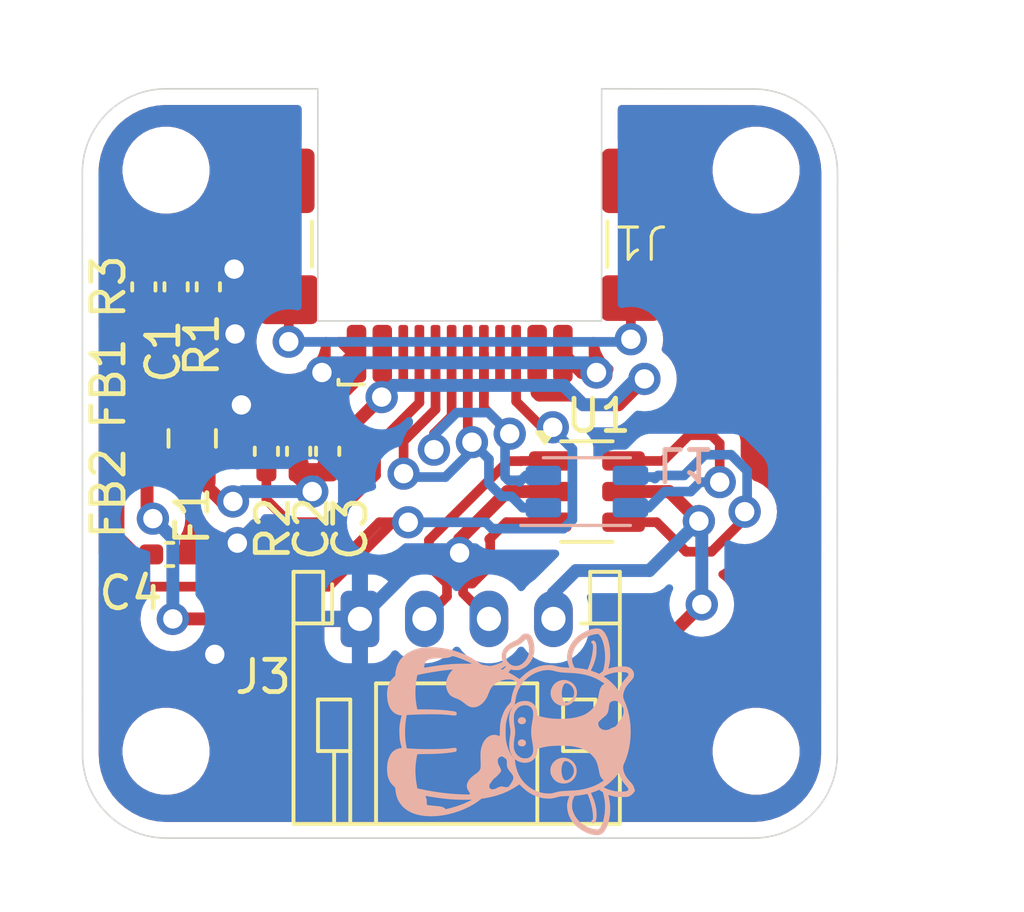
<source format=kicad_pcb>
(kicad_pcb (version 20240108) (generator "pcbnew") (generator_version "8.0")
  (layers (0 "F.Cu" signal) (31 "B.Cu" signal) (34 "B.Paste" user) (35 "F.Paste" user) (36 "B.SilkS" user "B.Silkscreen") (37 "F.SilkS" user "F.Silkscreen") (38 "B.Mask" user) (39 "F.Mask" user) (44 "Edge.Cuts" user))
  (net 0 "")
  (net 1 "GND")
  (net 2 "Net-(J1-SHIELD)")
  (net 3 "VBUS")
  (net 4 "/V5V")
  (net 5 "+5V")
  (net 6 "Net-(J1-CC2)")
  (net 7 "Net-(J1-CC1)")
  (net 8 "/DeM")
  (net 10 "/DeP")
  (net 12 "DP")
  (net 13 "DM")
  (net 14 "/DcM")
  (net 15 "/DcP")
  (net 16 "Net-(C4-Pad1)")
  (footprint "MountingHole:MountingHole_2.2mm_M2" (layer "F.Cu") (at 164.8892 115.1064)
    (property "Reference" "H4" (hide yes))
    (property "Value" "MountingHole")
    (pad "" np_thru_hole circle (at 0 0) (size 2.2 2.2) (drill 2.2) (layers "*.Cu" "*.Mask"))
  )
  (footprint "Capacitor_SMD:C_0805_2012Metric_Pad1.18x1.45mm_HandSolder" (layer "F.Cu") (at 165.7 105.4 90)
    (property "Reference" "F1" (at -2.4 0 90) (layer "F.SilkS"))
    (property "Value" "Polyfuse")
    (pad "1" smd roundrect (at -1.0375 0 90) (size 1.175 1.45) (layers "F.Cu" "F.Paste" "F.Mask") (roundrect_rratio 0.212766) (net 3 "VBUS"))
    (pad "2" smd roundrect (at 1.0375 0 90) (size 1.175 1.45) (layers "F.Cu" "F.Paste" "F.Mask") (roundrect_rratio 0.212766) (net 4 "/V5V"))
  )
  (footprint "Capacitor_SMD:C_0201_0603Metric_Pad0.64x0.40mm_HandSolder" (layer "F.Cu") (at 164.3 104.4 90)
    (property "Reference" "FB1" (at 0.698036 -1.2 90) (layer "F.SilkS"))
    (property "Value" "FerriteBead")
    (pad "1" smd roundrect (at -0.4075 0 90) (size 0.635 0.4) (layers "F.Cu" "F.Mask") (net 16 "Net-(C4-Pad1)"))
    (pad "2" smd roundrect (at 0.4075 0 90) (size 0.635 0.4) (layers "F.Cu" "F.Mask") (net 4 "/V5V"))
  )
  (footprint "Capacitor_SMD:C_0402_1005Metric_Pad0.74x0.62mm_HandSolder" (layer "F.Cu") (at 165 109)
    (property "Reference" "C4" (at -1.2 1.2 360) (layer "F.SilkS"))
    (property "Value" "680n" (hide yes))
    (pad "1" smd roundrect (at -0.5675 0) (size 0.735 0.62) (layers "F.Cu" "F.Paste" "F.Mask") (net 16 "Net-(C4-Pad1)"))
    (pad "2" smd roundrect (at 0.5675 0) (size 0.735 0.62) (layers "F.Cu" "F.Paste" "F.Mask") (net 1 "GND"))
  )
  (footprint "Capacitor_SMD:C_0402_1005Metric_Pad0.74x0.62mm_HandSolder" (layer "F.Cu") (at 169 105.8 90)
    (property "Reference" "C2" (at -2.4 0.4 90) (layer "F.SilkS"))
    (property "Value" "10u")
    (pad "1" smd roundrect (at -0.5675 0 90) (size 0.735 0.62) (layers "F.Cu" "F.Paste" "F.Mask") (net 3 "VBUS"))
    (pad "2" smd roundrect (at 0.5675 0 90) (size 0.735 0.62) (layers "F.Cu" "F.Paste" "F.Mask") (net 1 "GND"))
  )
  (footprint "Capacitor_SMD:C_0402_1005Metric_Pad0.74x0.62mm_HandSolder" (layer "F.Cu") (at 168 105.8 90)
    (property "Reference" "R2" (at -2.4 0.2 90) (layer "F.SilkS"))
    (property "Value" "5.1K")
    (pad "1" smd roundrect (at -0.5675 0 90) (size 0.735 0.62) (layers "F.Cu" "F.Paste" "F.Mask") (net 7 "Net-(J1-CC1)"))
    (pad "2" smd roundrect (at 0.5675 0 90) (size 0.735 0.62) (layers "F.Cu" "F.Paste" "F.Mask") (net 1 "GND"))
  )
  (footprint "Capacitor_SMD:C_0402_1005Metric_Pad0.74x0.62mm_HandSolder" (layer "F.Cu") (at 165.2 100.7 90)
    (property "Reference" "C1" (at -2 -0.4 90) (layer "F.SilkS"))
    (property "Value" "10pF")
    (pad "1" smd roundrect (at -0.5675 0 90) (size 0.735 0.62) (layers "F.Cu" "F.Paste" "F.Mask") (net 2 "Net-(J1-SHIELD)"))
    (pad "2" smd roundrect (at 0.5675 0 90) (size 0.735 0.62) (layers "F.Cu" "F.Paste" "F.Mask") (net 1 "GND"))
  )
  (footprint "Capacitor_SMD:C_0402_1005Metric_Pad0.74x0.62mm_HandSolder" (layer "F.Cu") (at 164.2 100.7 90)
    (property "Reference" "R3" (at 0 -1.1 90) (layer "F.SilkS"))
    (property "Value" "5.1K")
    (pad "1" smd roundrect (at -0.5675 0 90) (size 0.735 0.62) (layers "F.Cu" "F.Paste" "F.Mask") (net 6 "Net-(J1-CC2)"))
    (pad "2" smd roundrect (at 0.5675 0 90) (size 0.735 0.62) (layers "F.Cu" "F.Paste" "F.Mask") (net 1 "GND"))
  )
  (footprint "Library_Pia:USB_C_Receptacle_Bottom_Up SMD" (layer "F.Cu") (at 173.194 99.6559 180)
    (property "Reference" "J1" (at -6.406 0.3559 180) (layer "F.SilkS") (effects (font (thickness 0.1))))
    (property "Value" "USB_C_Receptacle_USB2.0_16P")
    (fp_line (start 3.6 5.1) (end 3.6 -2.1) (stroke (width 0.05)) (layer "Edge.Cuts"))
    (fp_line (start -5.2 -2.1) (end 3.6 -2.1) (stroke (width 0.05)) (layer "Edge.Cuts"))
    (fp_line (start -5.2 -2.1) (end -5.2 5.1) (stroke (width 0.05)) (layer "Edge.Cuts"))
    (pad "A1" smd roundrect (at 2.4 -3.1125 180) (size 0.6 1.775) (layers "F.Cu" "F.Paste" "F.Mask") (net 1 "GND"))
    (pad "A4" smd roundrect (at 1.6 -3.1125 180) (size 0.6 1.775) (layers "F.Cu" "F.Paste" "F.Mask") (net 3 "VBUS"))
    (pad "A5" smd roundrect (at 0.45 -3.1125 180) (size 0.3 1.775) (layers "F.Cu" "F.Paste" "F.Mask") (net 7 "Net-(J1-CC1)"))
    (pad "A6" smd roundrect (at -0.55 -3.1125 180) (size 0.3 1.775) (layers "F.Cu" "F.Paste" "F.Mask") (net 10 "/DeP"))
    (pad "A7" smd roundrect (at -1.05 -3.1125 180) (size 0.3 1.775) (layers "F.Cu" "F.Paste" "F.Mask") (net 8 "/DeM"))
    (pad "A8" smd roundrect (at -2.05 -3.1125 180) (size 0.3 1.775) (layers "F.Cu" "F.Paste" "F.Mask"))
    (pad "A9" smd roundrect (at -3.2 -3.1125 180) (size 0.6 1.775) (layers "F.Cu" "F.Paste" "F.Mask") (net 3 "VBUS"))
    (pad "A12" smd roundrect (at -4 -3.1125 180) (size 0.6 1.775) (layers "F.Cu" "F.Paste" "F.Mask") (net 1 "GND"))
    (pad "B1" smd roundrect (at -4 -3.1125 180) (size 0.6 1.775) (layers "F.Cu" "F.Paste" "F.Mask") (net 1 "GND"))
    (pad "B4" smd roundrect (at -3.2 -3.1125 180) (size 0.6 1.775) (layers "F.Cu" "F.Paste" "F.Mask") (net 3 "VBUS"))
    (pad "B5" smd roundrect (at -2.55 -3.1125 180) (size 0.3 1.775) (layers "F.Cu" "F.Paste" "F.Mask") (net 6 "Net-(J1-CC2)"))
    (pad "B6" smd roundrect (at -1.55 -3.1125 180) (size 0.3 1.775) (layers "F.Cu" "F.Paste" "F.Mask") (net 10 "/DeP"))
    (pad "B7" smd roundrect (at -0.05 -3.1125 180) (size 0.3 1.775) (layers "F.Cu" "F.Paste" "F.Mask") (net 8 "/DeM"))
    (pad "B8" smd roundrect (at 0.95 -3.1125 180) (size 0.3 1.775) (layers "F.Cu" "F.Paste" "F.Mask"))
    (pad "B9" smd roundrect (at 1.6 -3.1125 180) (size 0.6 1.775) (layers "F.Cu" "F.Paste" "F.Mask") (net 3 "VBUS"))
    (pad "B12" smd roundrect (at 2.4 -3.1125 180) (size 0.6 1.775) (layers "F.Cu" "F.Paste" "F.Mask") (net 1 "GND"))
    (pad "S1" smd roundrect (at -6.1 -1.3925 180) (size 1.8 1.415) (layers "F.Cu" "F.Paste" "F.Mask") (roundrect_rratio 0.125) (net 2 "Net-(J1-SHIELD)"))
    (pad "S1" smd roundrect (at -6.1 2.245 180) (size 1.8 2) (layers "F.Cu" "F.Paste" "F.Mask") (roundrect_rratio 0.125) (net 2 "Net-(J1-SHIELD)"))
    (pad "S1" smd roundrect (at 4.5 -1.4425 180) (size 1.8 1.515) (layers "F.Cu" "F.Paste" "F.Mask") (roundrect_rratio 0.125) (net 2 "Net-(J1-SHIELD)"))
    (pad "S1" smd roundrect (at 4.55 2.245 180) (size 1.7 2) (layers "F.Cu" "F.Paste" "F.Mask") (roundrect_rratio 0.125) (net 2 "Net-(J1-SHIELD)"))
  )
  (footprint "Capacitor_SMD:C_0402_1005Metric_Pad0.74x0.62mm_HandSolder" (layer "F.Cu") (at 169.9 105.8 90)
    (property "Reference" "C3" (at -2.4 0.7 90) (layer "F.SilkS"))
    (property "Value" "100n")
    (pad "1" smd roundrect (at -0.5675 0 90) (size 0.735 0.62) (layers "F.Cu" "F.Paste" "F.Mask") (net 3 "VBUS"))
    (pad "2" smd roundrect (at 0.5675 0 90) (size 0.735 0.62) (layers "F.Cu" "F.Paste" "F.Mask") (net 1 "GND"))
  )
  (footprint "MountingHole:MountingHole_2.2mm_M2" (layer "F.Cu") (at 183.1848 97.0788)
    (property "Reference" "H1" (hide yes))
    (property "Value" "MountingHole")
    (pad "" np_thru_hole circle (at 0 0) (size 2.2 2.2) (drill 2.2) (layers "*.Cu" "*.Mask"))
  )
  (footprint "Capacitor_SMD:C_0402_1005Metric_Pad0.74x0.62mm_HandSolder" (layer "F.Cu") (at 166.2 100.7 90)
    (property "Reference" "R1" (at -1.8 -0.2 90) (layer "F.SilkS"))
    (property "Value" "1M")
    (pad "1" smd roundrect (at -0.5675 0 90) (size 0.735 0.62) (layers "F.Cu" "F.Paste" "F.Mask") (net 2 "Net-(J1-SHIELD)"))
    (pad "2" smd roundrect (at 0.5675 0 90) (size 0.735 0.62) (layers "F.Cu" "F.Paste" "F.Mask") (net 1 "GND"))
  )
  (footprint "Capacitor_SMD:C_0201_0603Metric_Pad0.64x0.40mm_HandSolder" (layer "F.Cu") (at 164.3 106.2325 90)
    (property "Reference" "FB2" (at -0.8675 -1.2 90) (layer "F.SilkS"))
    (property "Value" "FerriteBead")
    (pad "1" smd roundrect (at -0.4075 0 90) (size 0.635 0.4) (layers "F.Cu" "F.Mask") (net 5 "+5V"))
    (pad "2" smd roundrect (at 0.4075 0 90) (size 0.635 0.4) (layers "F.Cu" "F.Mask") (net 16 "Net-(C4-Pad1)"))
  )
  (footprint "MountingHole:MountingHole_2.2mm_M2" (layer "F.Cu") (at 183.1848 115.1064)
    (property "Reference" "H2" (hide yes))
    (property "Value" "MountingHole")
    (pad "" np_thru_hole circle (at 0 0) (size 2.2 2.2) (drill 2.2) (layers "*.Cu" "*.Mask"))
  )
  (footprint "MountingHole:MountingHole_2.2mm_M2" (layer "F.Cu") (at 164.8892 97.0788)
    (property "Reference" "H3" (hide yes))
    (property "Value" "MountingHole")
    (pad "" np_thru_hole circle (at 0 0) (size 2.2 2.2) (drill 2.2) (layers "*.Cu" "*.Mask"))
  )
  (footprint "Package_TO_SOT_SMD:SOT-23-6" (layer "F.Cu") (at 177.9375 107.05)
    (property "Reference" "U1" (at 0.3625 -2.35 360) (layer "F.SilkS"))
    (property "Value" "WE-TVS-82400102")
    (pad "1" smd roundrect (at -1.1375 -0.95) (size 1.325 0.6) (layers "F.Cu" "F.Paste" "F.Mask") (net 13 "DM"))
    (pad "2" smd roundrect (at -1.1375 0) (size 1.325 0.6) (layers "F.Cu" "F.Paste" "F.Mask") (net 1 "GND"))
    (pad "3" smd roundrect (at -1.1375 0.95) (size 1.325 0.6) (layers "F.Cu" "F.Paste" "F.Mask") (net 12 "DP"))
    (pad "4" smd roundrect (at 1.1375 0.95) (size 1.325 0.6) (layers "F.Cu" "F.Paste" "F.Mask") (net 15 "/DcP"))
    (pad "5" smd roundrect (at 1.1375 0) (size 1.325 0.6) (layers "F.Cu" "F.Paste" "F.Mask") (net 5 "+5V"))
    (pad "6" smd roundrect (at 1.1375 -0.95) (size 1.325 0.6) (layers "F.Cu" "F.Paste" "F.Mask") (net 14 "/DcM"))
  )
  (footprint "Connector_JST:JST_PH_S4B-PH-K_1x04_P2.00mm_Horizontal" (layer "F.Cu") (at 170.9 111)
    (property "Reference" "J3" (at -3 1.8 0) (layer "F.SilkS"))
    (property "Value" "Conn_01x04_Socket")
    (pad "1" thru_hole roundrect (at 0 0) (size 1.2 1.75) (drill 0.75) (layers "*.Cu" "*.Mask") (roundrect_rratio 0.208333) (net 1 "GND"))
    (pad "2" thru_hole oval (at 2 0) (size 1.2 1.75) (drill 0.75) (layers "*.Cu" "*.Mask") (net 13 "DM"))
    (pad "3" thru_hole oval (at 4 0) (size 1.2 1.75) (drill 0.75) (layers "*.Cu" "*.Mask") (net 12 "DP"))
    (pad "4" thru_hole oval (at 6 0) (size 1.2 1.75) (drill 0.75) (layers "*.Cu" "*.Mask") (net 5 "+5V"))
  )
  (footprint "Inductor_SMD:L_CommonMode_Wurth_WE-CNSW-1206" (layer "B.Cu") (at 177.9375 107.05)
    (property "Reference" "L1" (at 3.0625 -0.85 180) (layer "B.SilkS") (effects (justify mirror)))
    (property "Value" "Choke_Wurth_WE-CNSW_744232090")
    (pad "1" smd roundrect (at -1.35 0.5) (size 1.1 0.6) (layers "B.Cu" "B.Paste" "B.Mask") (roundrect_rratio 0.2) (net 8 "/DeM"))
    (pad "2" smd roundrect (at 1.35 0.5) (size 1.1 0.6) (layers "B.Cu" "B.Paste" "B.Mask") (roundrect_rratio 0.2) (net 14 "/DcM"))
    (pad "3" smd roundrect (at 1.35 -0.5) (size 1.1 0.6) (layers "B.Cu" "B.Paste" "B.Mask") (roundrect_rratio 0.2) (net 15 "/DcP"))
    (pad "4" smd roundrect (at -1.35 -0.5) (size 1.1 0.6) (layers "B.Cu" "B.Paste" "B.Mask") (roundrect_rratio 0.2) (net 10 "/DeP"))
  )
  (footprint "Library_Pia:Logo-kuh" (layer "B.Cu") (at 175.6 114.5 90)
    (property "Reference" "G***" (hide yes))
    (property "Value" "LOGO" (hide yes))
  )
  (gr_line (start 185.708 97.1618) (end 185.7 115.2) (stroke (width 0.05)) (layer "Edge.Cuts"))
  (gr_arc (start 164.9 117.8) (mid 163.061522 117.038478) (end 162.3 115.2) (stroke (width 0.05)) (layer "Edge.Cuts"))
  (gr_arc (start 183.108 94.5618) (mid 184.946478 95.323322) (end 185.708 97.1618) (stroke (width 0.05)) (layer "Edge.Cuts"))
  (gr_line (start 183.108 94.5618) (end 178.394 94.5559) (stroke (width 0.05)) (layer "Edge.Cuts"))
  (gr_arc (start 162.294 97.1559) (mid 163.055522 95.317422) (end 164.894 94.5559) (stroke (width 0.05)) (layer "Edge.Cuts"))
  (gr_line (start 162.294 97.1559) (end 162.3 115.2) (stroke (width 0.05)) (layer "Edge.Cuts"))
  (gr_line (start 164.9 117.8) (end 183.1 117.8) (stroke (width 0.05)) (layer "Edge.Cuts"))
  (gr_arc (start 185.7 115.2) (mid 184.938478 117.038478) (end 183.1 117.8) (stroke (width 0.05)) (layer "Edge.Cuts"))
  (gr_line (start 169.594 94.5559) (end 164.894 94.5559) (stroke (width 0.05)) (layer "Edge.Cuts"))
  (segment (start 177.781499 103.355899) (end 177.194 102.7684) (width 0.4) (layer "F.Cu") (net 1))
  (segment (start 166.4 112.1) (end 167.7 113.4) (width 0.4) (layer "F.Cu") (net 1))
  (segment (start 170.666822 103.7) (end 170.666822 102.895578) (width 0.4) (layer "F.Cu") (net 1))
  (segment (start 166.2 109) (end 165.5675 109) (width 0.4) (layer "F.Cu") (net 1))
  (segment (start 167.02855 104.16573) (end 167.02855 102.161293) (width 0.4) (layer "F.Cu") (net 1))
  (segment (start 180 113.4) (end 180.8 112.6) (width 0.4) (layer "F.Cu") (net 1))
  (segment (start 167.225 104.36218) (end 167.02855 104.16573) (width 0.4) (layer "F.Cu") (net 1))
  (segment (start 167.225 104.36218) (end 168 105.13718) (width 0.4) (layer "F.Cu") (net 1))
  (segment (start 166.9841 100.1325) (end 167 100.1484) (width 0.4) (layer "F.Cu") (net 1))
  (segment (start 173.990503 108.528735) (end 175.469238 107.05) (width 0.4) (layer "F.Cu") (net 1))
  (segment (start 165.1675 100.165) (end 165.2 100.1325) (width 0.4) (layer "F.Cu") (net 1))
  (segment (start 169.722722 103.3559) (end 170.183411 103.816589) (width 0.4) (layer "F.Cu") (net 1))
  (segment (start 166.2 100.1325) (end 166.9841 100.1325) (width 0.4) (layer "F.Cu") (net 1))
  (segment (start 164.2 100.165) (end 165.1675 100.165) (width 0.4) (layer "F.Cu") (net 1))
  (segment (start 169.9 105.2325) (end 169 105.2325) (width 0.4) (layer "F.Cu") (net 1))
  (segment (start 173.990503 108.952999) (end 173.990503 108.528735) (width 0.4) (layer "F.Cu") (net 1))
  (segment (start 170.666822 102.895578) (end 170.794 102.7684) (width 0.4) (layer "F.Cu") (net 1))
  (segment (start 170.183411 103.816589) (end 170.366822 104) (width 0.4) (layer "F.Cu") (net 1))
  (segment (start 175.469238 107.05) (end 176.8 107.05) (width 0.4) (layer "F.Cu") (net 1))
  (segment (start 167.7 113.4) (end 180 113.4) (width 0.4) (layer "F.Cu") (net 1))
  (segment (start 165.2 100.1325) (end 166.2 100.1325) (width 0.4) (layer "F.Cu") (net 1))
  (segment (start 170.666822 103.7) (end 170.366822 104) (width 0.4) (layer "F.Cu") (net 1))
  (segment (start 166.55 108.65) (end 166.2 109) (width 0.4) (layer "F.Cu") (net 1))
  (segment (start 169 105.2325) (end 168 105.2325) (width 0.4) (layer "F.Cu") (net 1))
  (segment (start 169.9 105.2325) (end 169.9 104.1) (width 0.4) (layer "F.Cu") (net 1))
  (segment (start 167.1 108.65) (end 166.55 108.65) (width 0.4) (layer "F.Cu") (net 1))
  (segment (start 169.9 104.1) (end 170.183411 103.816589) (width 0.4) (layer "F.Cu") (net 1))
  (segment (start 178.23501 103.355899) (end 177.781499 103.355899) (width 0.4) (layer "F.Cu") (net 1))
  (segment (start 168 105.13718) (end 168 105.2325) (width 0.4) (layer "F.Cu") (net 1))
  (via (at 166.4 112.1) (size 1) (drill 0.6) (layers "F.Cu" "B.Cu") (net 1))
  (via (at 178.23501 103.355899) (size 1) (drill 0.6) (layers "F.Cu" "B.Cu") (net 1))
  (via (at 167.225 104.36218) (size 1) (drill 0.6) (layers "F.Cu" "B.Cu") (net 1))
  (via (at 173.990503 108.952999) (size 1) (drill 0.6) (layers "F.Cu" "B.Cu") (net 1))
  (via (at 169.722722 103.3559) (size 1) (drill 0.6) (layers "F.Cu" "B.Cu") (net 1))
  (via (at 167.1 108.65) (size 1) (drill 0.6) (layers "F.Cu" "B.Cu") (net 1))
  (via (at 167 100.1484) (size 1) (drill 0.6) (layers "F.Cu" "B.Cu") (net 1))
  (via (at 167.02855 102.161293) (size 1) (drill 0.6) (layers "F.Cu" "B.Cu") (net 1))
  (segment (start 166.4 112.1) (end 167.5 111) (width 0.4) (layer "B.Cu") (net 1))
  (segment (start 166.4 112.1) (end 167.1 111.4) (width 0.4) (layer "B.Cu") (net 1))
  (segment (start 167.1 111.4) (end 167.1 108.65) (width 0.4) (layer "B.Cu") (net 1))
  (segment (start 167 102.132743) (end 167.02855 102.161293) (width 0.4) (layer "B.Cu") (net 1))
  (segment (start 169.785508 108.1) (end 167.65 108.1) (width 0.4) (layer "B.Cu") (net 1))
  (segment (start 167.225 104.36218) (end 168.147688 104.36218) (width 0.4) (layer "B.Cu") (net 1))
  (segment (start 167.5 111) (end 170.9 111) (width 0.4) (layer "B.Cu") (net 1))
  (segment (start 173.990503 108.952999) (end 172.947001 108.952999) (width 0.4) (layer "B.Cu") (net 1))
  (segment (start 177.935011 103.0559) (end 170.022722 103.0559) (width 0.4) (layer "B.Cu") (net 1))
  (segment (start 170.421294 107.464214) (end 169.785508 108.1) (width 0.4) (layer "B.Cu") (net 1))
  (segment (start 170.022722 103.0559) (end 169.722722 103.3559) (width 0.4) (layer "B.Cu") (net 1))
  (segment (start 170.421294 106.635786) (end 170.421294 107.464214) (width 0.4) (layer "B.Cu") (net 1))
  (segment (start 167 100.1484) (end 167 102.132743) (width 0.4) (layer "B.Cu") (net 1))
  (segment (start 168.147688 104.36218) (end 170.421294 106.635786) (width 0.4) (layer "B.Cu") (net 1))
  (segment (start 172.947001 108.952999) (end 170.9 111) (width 0.4) (layer "B.Cu") (net 1))
  (segment (start 178.23501 103.355899) (end 177.935011 103.0559) (width 0.4) (layer "B.Cu") (net 1))
  (segment (start 167.65 108.1) (end 167.1 108.65) (width 0.4) (layer "B.Cu") (net 1))
  (segment (start 179.294 101.0484) (end 179.294 97.4109) (width 0.3) (layer "F.Cu") (net 2))
  (segment (start 165.2 101.2675) (end 166.2 101.2675) (width 0.3) (layer "F.Cu") (net 2))
  (segment (start 168.644 101.0484) (end 168.694 101.0984) (width 0.3) (layer "F.Cu") (net 2))
  (segment (start 179.3 101.0544) (end 179.294 101.0484) (width 0.3) (layer "F.Cu") (net 2))
  (segment (start 166.3691 101.0984) (end 168.694 101.0984) (width 0.3) (layer "F.Cu") (net 2))
  (segment (start 179.3 102.325) (end 179.3 101.0544) (width 0.3) (layer "F.Cu") (net 2))
  (segment (start 166.2 101.2675) (end 166.3691 101.0984) (width 0.3) (layer "F.Cu") (net 2))
  (segment (start 168.644 97.4109) (end 168.644 101.0484) (width 0.3) (layer "F.Cu") (net 2))
  (segment (start 168.694 102.4) (end 168.694 101.0984) (width 0.3) (layer "F.Cu") (net 2))
  (via (at 179.3 102.325) (size 1) (drill 0.6) (layers "F.Cu" "B.Cu") (net 2))
  (via (at 168.694 102.4) (size 1) (drill 0.6) (layers "F.Cu" "B.Cu") (net 2))
  (segment (start 168.694 102.4) (end 168.6999 102.4059) (width 0.3) (layer "B.Cu") (net 2))
  (segment (start 168.6999 102.4059) (end 179.2191 102.4059) (width 0.3) (layer "B.Cu") (net 2))
  (segment (start 179.2191 102.4059) (end 179.3 102.325) (width 0.3) (layer "B.Cu") (net 2))
  (segment (start 177.520796 104.055899) (end 176.465949 104.055899) (width 0.4) (layer "F.Cu") (net 3))
  (segment (start 171.594 104.099685) (end 171.594 102.7684) (width 0.4) (layer "F.Cu") (net 3))
  (segment (start 169 106.3675) (end 169 106.628706) (width 0.4) (layer "F.Cu") (net 3))
  (segment (start 169 106.3675) (end 169.9 106.3675) (width 0.4) (layer "F.Cu") (net 3))
  (segment (start 166.619641 107.357141) (end 165.7 106.4375) (width 0.4) (layer "F.Cu") (net 3))
  (segment (start 170.5325 106.3675) (end 169.9 106.3675) (width 0.4) (layer "F.Cu") (net 3))
  (segment (start 170.71 104.983685) (end 170.71 106.19) (width 0.4) (layer "F.Cu") (net 3))
  (segment (start 170.71 106.19) (end 170.5325 106.3675) (width 0.4) (layer "F.Cu") (net 3))
  (segment (start 176.465949 104.055899) (end 176.394 103.98395) (width 0.4) (layer "F.Cu") (net 3))
  (segment (start 178.920456 104.355899) (end 177.820796 104.355899) (width 0.4) (layer "F.Cu") (net 3))
  (segment (start 166.963909 107.357141) (end 166.619641 107.357141) (width 0.4) (layer "F.Cu") (net 3))
  (segment (start 179.721623 103.554732) (end 178.920456 104.355899) (width 0.4) (layer "F.Cu") (net 3))
  (segment (start 169 106.628706) (end 169.421294 107.05) (width 0.4) (layer "F.Cu") (net 3))
  (segment (start 177.820796 104.355899) (end 177.520796 104.055899) (width 0.4) (layer "F.Cu") (net 3))
  (segment (start 171.574915 104.11877) (end 170.71 104.983685) (width 0.4) (layer "F.Cu") (net 3))
  (segment (start 176.394 103.98395) (end 176.394 102.7684) (width 0.4) (layer "F.Cu") (net 3))
  (segment (start 171.574915 104.11877) (end 171.594 104.099685) (width 0.4) (layer "F.Cu") (net 3))
  (via (at 169.421294 107.05) (size 1) (drill 0.6) (layers "F.Cu" "B.Cu") (net 3))
  (via (at 166.963909 107.357141) (size 1) (drill 0.6) (layers "F.Cu" "B.Cu") (net 3))
  (via (at 171.574915 104.11877) (size 1) (drill 0.6) (layers "F.Cu" "B.Cu") (net 3))
  (via (at 179.721623 103.554732) (size 1) (drill 0.6) (layers "F.Cu" "B.Cu") (net 3))
  (segment (start 166.963909 107.357141) (end 167.27105 107.05) (width 0.4) (layer "B.Cu") (net 3))
  (segment (start 177.235011 103.770114) (end 177.235011 103.7559) (width 0.4) (layer "B.Cu") (net 3))
  (segment (start 167.27105 107.05) (end 169.421294 107.05) (width 0.4) (layer "B.Cu") (net 3))
  (segment (start 179.721623 103.554732) (end 179.450393 103.554732) (width 0.4) (layer "B.Cu") (net 3))
  (segment (start 177.235011 103.7559) (end 171.937785 103.7559) (width 0.4) (layer "B.Cu") (net 3))
  (segment (start 177.820797 104.3559) (end 177.235011 103.770114) (width 0.4) (layer "B.Cu") (net 3))
  (segment (start 178.649225 104.3559) (end 177.820797 104.3559) (width 0.4) (layer "B.Cu") (net 3))
  (segment (start 179.450393 103.554732) (end 178.649225 104.3559) (width 0.4) (layer "B.Cu") (net 3))
  (segment (start 171.937785 103.7559) (end 171.574915 104.11877) (width 0.4) (layer "B.Cu") (net 3))
  (segment (start 164.3 103.6) (end 164.3 103.99) (width 0.4) (layer "F.Cu") (net 4))
  (segment (start 165.7 104.3625) (end 165.7 103.6) (width 0.4) (layer "F.Cu") (net 4))
  (segment (start 165.7 103.6) (end 165.5 103.4) (width 0.4) (layer "F.Cu") (net 4))
  (segment (start 164.5 103.4) (end 164.3 103.6) (width 0.4) (layer "F.Cu") (net 4))
  (segment (start 165.5 103.4) (end 164.5 103.4) (width 0.4) (layer "F.Cu") (net 4))
  (segment (start 164.481307 107.89) (end 164.3 107.708693) (width 0.4) (layer "F.Cu") (net 5))
  (segment (start 181.409392 107.965889) (end 180.493503 107.05) (width 0.4) (layer "F.Cu") (net 5))
  (segment (start 168.985786 112.7) (end 178.7 112.7) (width 0.4) (layer "F.Cu") (net 5))
  (segment (start 165.1 111) (end 167.285786 111) (width 0.4) (layer "F.Cu") (net 5))
  (segment (start 180.493503 107.05) (end 179.075 107.05) (width 0.4) (layer "F.Cu") (net 5))
  (segment (start 181.5 110.55) (end 180.15 111.9) (width 0.4) (layer "F.Cu") (net 5))
  (segment (start 180.15 111.9) (end 179.5 111.9) (width 0.4) (layer "F.Cu") (net 5))
  (segment (start 176.8 110.9) (end 176.9 111) (width 0.4) (layer "F.Cu") (net 5))
  (segment (start 167.285786 111) (end 168.985786 112.7) (width 0.4) (layer "F.Cu") (net 5))
  (segment (start 164.3 107.708693) (end 164.3 106.6425) (width 0.4) (layer "F.Cu") (net 5))
  (segment (start 178.7 112.7) (end 179.5 111.9) (width 0.4) (layer "F.Cu") (net 5))
  (via (at 164.481307 107.89) (size 1) (drill 0.6) (layers "F.Cu" "B.Cu") (net 5))
  (via (at 181.409392 107.965889) (size 1) (drill 0.6) (layers "F.Cu" "B.Cu") (net 5))
  (via (at 165.1 111) (size 1) (drill 0.6) (layers "F.Cu" "B.Cu") (net 5))
  (via (at 181.5 110.55) (size 1) (drill 0.6) (layers "F.Cu" "B.Cu") (net 5))
  (segment (start 165.1 111) (end 165.1 108.5) (width 0.4) (layer "B.Cu") (net 5))
  (segment (start 177.6 109.5) (end 179.875281 109.5) (width 0.4) (layer "B.Cu") (net 5))
  (segment (start 181.5 108.056497) (end 181.5 110.55) (width 0.4) (layer "B.Cu") (net 5))
  (segment (start 181.409392 107.965889) (end 181.5 108.056497) (width 0.4) (layer "B.Cu") (net 5))
  (segment (start 164.49 107.89) (end 164.481307 107.89) (width 0.4) (layer "B.Cu") (net 5))
  (segment (start 176.9 111) (end 176.9 110.2) (width 0.4) (layer "B.Cu") (net 5))
  (segment (start 179.875281 109.5) (end 181.409392 107.965889) (width 0.4) (layer "B.Cu") (net 5))
  (segment (start 165.1 108.5) (end 164.49 107.89) (width 0.4) (layer "B.Cu") (net 5))
  (segment (start 176.9 110.2) (end 177.6 109.5) (width 0.4) (layer "B.Cu") (net 5))
  (segment (start 169.928122 110) (end 164 110) (width 0.3) (layer "F.Cu") (net 6))
  (segment (start 175.744 104.253189) (end 176.54671 105.055899) (width 0.3) (layer "F.Cu") (net 6))
  (segment (start 170.39595 109.107049) (end 171.500992 108.002007) (width 0.3) (layer "F.Cu") (net 6))
  (segment (start 175.744 102.7684) (end 175.744 104.253189) (width 0.3) (layer "F.Cu") (net 6))
  (segment (start 162.945961 103.054039) (end 164.2 101.8) (width 0.3) (layer "F.Cu") (net 6))
  (segment (start 162.947921 108.947921) (end 162.945961 103.054039) (width 0.3) (layer "F.Cu") (net 6))
  (segment (start 164 110) (end 162.947921 108.947921) (width 0.3) (layer "F.Cu") (net 6))
  (segment (start 164.2 101.8) (end 164.2 101.3) (width 0.3) (layer "F.Cu") (net 6))
  (segment (start 172.398859 108.002007) (end 171.926115 108.002007) (width 0.3) (layer "F.Cu") (net 6))
  (segment (start 176.54671 105.055899) (end 176.879046 105.055899) (width 0.3) (layer "F.Cu") (net 6))
  (segment (start 171.926115 108.002007) (end 169.928122 110) (width 0.3) (layer "F.Cu") (net 6))
  (segment (start 171.500992 108.002007) (end 172.398859 108.002007) (width 0.3) (layer "F.Cu") (net 6))
  (via (at 176.879046 105.055899) (size 1) (drill 0.6) (layers "F.Cu" "B.Cu") (net 6))
  (via (at 172.398859 108.002007) (size 1) (drill 0.6) (layers "F.Cu" "B.Cu") (net 6))
  (segment (start 172.399851 108.002999) (end 174.802999 108.002999) (width 0.3) (layer "B.Cu") (net 6))
  (segment (start 175 108.2) (end 177.215506 108.2) (width 0.3) (layer "B.Cu") (net 6))
  (segment (start 174.802999 108.002999) (end 175 108.2) (width 0.3) (layer "B.Cu") (net 6))
  (segment (start 177.4875 107.928006) (end 177.4875 105.73149) (width 0.3) (layer "B.Cu") (net 6))
  (segment (start 177.4875 105.73149) (end 176.879046 105.123036) (width 0.3) (layer "B.Cu") (net 6))
  (segment (start 177.215506 108.2) (end 177.4875 107.928006) (width 0.3) (layer "B.Cu") (net 6))
  (segment (start 172.398859 108.002007) (end 172.399851 108.002999) (width 0.3) (layer "B.Cu") (net 6))
  (segment (start 176.879046 105.123036) (end 176.879046 105.055899) (width 0.3) (layer "B.Cu") (net 6))
  (segment (start 168 107.3) (end 168 106.3675) (width 0.3) (layer "F.Cu") (net 7))
  (segment (start 168.7 108) (end 168 107.3) (width 0.3) (layer "F.Cu") (net 7))
  (segment (start 171.4 106.544894) (end 169.944894 108) (width 0.3) (layer "F.Cu") (net 7))
  (segment (start 172.744 102.7684) (end 172.744 104.293188) (width 0.3) (layer "F.Cu") (net 7))
  (segment (start 169.944894 108) (end 168.7 108) (width 0.3) (layer "F.Cu") (net 7))
  (segment (start 172.744 104.293188) (end 171.4 105.637188) (width 0.3) (layer "F.Cu") (net 7))
  (segment (start 171.4 105.637188) (end 171.4 106.544894) (width 0.3) (layer "F.Cu") (net 7))
  (segment (start 172.951107 104.793188) (end 173.244 104.500295) (width 0.3) (layer "F.Cu") (net 8))
  (segment (start 172.254339 105.489955) (end 172.951106 104.793188) (width 0.3) (layer "F.Cu") (net 8))
  (segment (start 174.37339 105.517982) (end 174.244 105.388592) (width 0.3) (layer "F.Cu") (net 8))
  (segment (start 172.951106 104.793188) (end 172.951107 104.793188) (width 0.3) (layer "F.Cu") (net 8))
  (segment (start 173.244 104.500295) (end 173.244 102.7684) (width 0.3) (layer "F.Cu") (net 8))
  (segment (start 172.254339 106.494002) (end 172.254339 105.489955) (width 0.3) (layer "F.Cu") (net 8))
  (segment (start 174.244 105.388592) (end 174.244 102.7684) (width 0.3) (layer "F.Cu") (net 8))
  (via (at 172.254339 106.494002) (size 1) (drill 0.6) (layers "F.Cu" "B.Cu") (net 8))
  (via (at 174.37339 105.517982) (size 1) (drill 0.6) (layers "F.Cu" "B.Cu") (net 8))
  (segment (start 173.548172 106.600287) (end 174.37339 105.775069) (width 0.3) (layer "B.Cu") (net 8))
  (segment (start 174.9 106.8) (end 174.9 106.044592) (width 0.3) (layer "B.Cu") (net 8))
  (segment (start 175.6 107.2) (end 175.3 107.2) (width 0.3) (layer "B.Cu") (net 8))
  (segment (start 174.9 106.044592) (end 174.37339 105.517982) (width 0.3) (layer "B.Cu") (net 8))
  (segment (start 174.37339 105.775069) (end 174.37339 105.517982) (width 0.3) (layer "B.Cu") (net 8))
  (segment (start 175.3 107.2) (end 174.9 106.8) (width 0.3) (layer "B.Cu") (net 8))
  (segment (start 172.360624 106.600287) (end 173.548172 106.600287) (width 0.3) (layer "B.Cu") (net 8))
  (segment (start 175.95 107.55) (end 175.6 107.2) (width 0.3) (layer "B.Cu") (net 8))
  (segment (start 176.5875 107.55) (end 175.95 107.55) (width 0.3) (layer "B.Cu") (net 8))
  (segment (start 172.254339 106.494002) (end 172.360624 106.600287) (width 0.3) (layer "B.Cu") (net 8))
  (segment (start 173.744 104.7074) (end 173.744 102.7684) (width 0.3) (layer "F.Cu") (net 10))
  (segment (start 173.19609 105.750287) (end 173.19609 105.25531) (width 0.3) (layer "F.Cu") (net 10))
  (segment (start 173.19609 105.25531) (end 173.744 104.7074) (width 0.3) (layer "F.Cu") (net 10))
  (segment (start 174.744 102.7684) (end 174.744 104.144) (width 0.3) (layer "F.Cu") (net 10))
  (segment (start 174.744 104.455272) (end 174.744 102.7684) (width 0.3) (layer "F.Cu") (net 10))
  (segment (start 175.54436 105.255632) (end 174.744 104.455272) (width 0.3) (layer "F.Cu") (net 10))
  (via (at 175.54436 105.255632) (size 1) (drill 0.6) (layers "F.Cu" "B.Cu") (net 10))
  (via (at 173.19609 105.750287) (size 1) (drill 0.6) (layers "F.Cu" "B.Cu") (net 10))
  (segment (start 175.54436 105.255632) (end 174.888728 104.6) (width 0.3) (layer "B.Cu") (net 10))
  (segment (start 175.4 105.399992) (end 175.54436 105.255632) (width 0.3) (layer "B.Cu") (net 10))
  (segment (start 175.511261 105.288731) (end 175.388731 105.288731) (width 0.3) (layer "B.Cu") (net 10))
  (segment (start 175.4 106.592894) (end 175.4 105.399992) (width 0.3) (layer "B.Cu") (net 10))
  (segment (start 173.19609 105.30391) (end 173.19609 105.750287) (width 0.3) (layer "B.Cu") (net 10))
  (segment (start 175.853553 106.746447) (end 175.807106 106.7) (width 0.3) (layer "B.Cu") (net 10))
  (segment (start 173.9 104.6) (end 173.19609 105.30391) (width 0.3) (layer "B.Cu") (net 10))
  (segment (start 175.507106 106.7) (end 175.4 106.592894) (width 0.3) (layer "B.Cu") (net 10))
  (segment (start 176.05 106.55) (end 175.853553 106.746447) (width 0.3) (layer "B.Cu") (net 10))
  (segment (start 176.5875 106.55) (end 176.05 106.55) (width 0.3) (layer "B.Cu") (net 10))
  (segment (start 175.54436 105.255632) (end 175.511261 105.288731) (width 0.3) (layer "B.Cu") (net 10))
  (segment (start 174.888728 104.6) (end 173.9 104.6) (width 0.3) (layer "B.Cu") (net 10))
  (segment (start 175.807106 106.7) (end 175.507106 106.7) (width 0.3) (layer "B.Cu") (net 10))
  (segment (start 174.384006 109.902999) (end 174.1 109.902999) (width 0.3) (layer "F.Cu") (net 12))
  (segment (start 176.8 108) (end 175.438476 108) (width 0.3) (layer "F.Cu") (net 12))
  (segment (start 174.1 110.2) (end 174.9 111) (width 0.3) (layer "F.Cu") (net 12))
  (segment (start 174.909741 108.528735) (end 174.940503 108.559496) (width 0.3) (layer "F.Cu") (net 12))
  (segment (start 174.1 109.902999) (end 174.1 110.2) (width 0.3) (layer "F.Cu") (net 12))
  (segment (start 175.438476 108) (end 174.909741 108.528735) (width 0.3) (layer "F.Cu") (net 12))
  (segment (start 174.940503 108.559496) (end 174.940503 109.346502) (width 0.3) (layer "F.Cu") (net 12))
  (segment (start 174.940503 109.346502) (end 174.384006 109.902999) (width 0.3) (layer "F.Cu") (net 12))
  (segment (start 173.6 110.3) (end 172.9 111) (width 0.3) (layer "F.Cu") (net 13))
  (segment (start 173.040503 108.559496) (end 173.040503 109.346502) (width 0.3) (layer "F.Cu") (net 13))
  (segment (start 172.9 110.5) (end 172.9 111) (width 0.3) (layer "F.Cu") (net 13))
  (segment (start 175.896446 106.105636) (end 175.494364 106.105636) (width 0.3) (layer "F.Cu") (net 13))
  (segment (start 175.494364 106.105636) (end 173.721264 107.878735) (width 0.3) (layer "F.Cu") (net 13))
  (segment (start 175.902082 106.1) (end 175.896446 106.105636) (width 0.3) (layer "F.Cu") (net 13))
  (segment (start 173.6 109.905999) (end 173.6 110.3) (width 0.3) (layer "F.Cu") (net 13))
  (segment (start 173.721264 107.878735) (end 173.040503 108.559496) (width 0.3) (layer "F.Cu") (net 13))
  (segment (start 173.040503 109.346502) (end 173.6 109.905999) (width 0.3) (layer "F.Cu") (net 13))
  (segment (start 176.8 106.1) (end 175.902082 106.1) (width 0.3) (layer "F.Cu") (net 13))
  (segment (start 181.1 105.3) (end 180.3 106.1) (width 0.3) (layer "F.Cu") (net 14))
  (segment (start 180.3 106.1) (end 179.075 106.1) (width 0.3) (layer "F.Cu") (net 14))
  (segment (start 181.8 105.3) (end 181.1 105.3) (width 0.3) (layer "F.Cu") (net 14))
  (segment (start 182.055686 106.757768) (end 182.055686 105.555686) (width 0.3) (layer "F.Cu") (net 14))
  (segment (start 182.055686 105.555686) (end 181.8 105.3) (width 0.3) (layer "F.Cu") (net 14))
  (via (at 182.055686 106.757768) (size 1) (drill 0.6) (layers "F.Cu" "B.Cu") (net 14))
  (segment (start 181.449339 106.757768) (end 181.157107 107.05) (width 0.3) (layer "B.Cu") (net 14))
  (segment (start 182.055686 106.757768) (end 181.449339 106.757768) (width 0.3) (layer "B.Cu") (net 14))
  (segment (start 179.85 107.55) (end 179.2875 107.55) (width 0.3) (layer "B.Cu") (net 14))
  (segment (start 180.35 107.05) (end 179.85 107.55) (width 0.3) (layer "B.Cu") (net 14))
  (segment (start 181.157107 107.05) (end 180.35 107.05) (width 0.3) (layer "B.Cu") (net 14))
  (segment (start 182.829477 107.674967) (end 182.7 107.804444) (width 0.3) (layer "F.Cu") (net 15))
  (segment (start 181.015889 108.915889) (end 180.1 108) (width 0.3) (layer "F.Cu") (net 15))
  (segment (start 180.1 108) (end 179.075 108) (width 0.3) (layer "F.Cu") (net 15))
  (segment (start 182.7 108.018784) (end 181.802895 108.915889) (width 0.3) (layer "F.Cu") (net 15))
  (segment (start 182.7 107.804444) (end 182.7 108.018784) (width 0.3) (layer "F.Cu") (net 15))
  (segment (start 181.802895 108.915889) (end 181.015889 108.915889) (width 0.3) (layer "F.Cu") (net 15))
  (via (at 182.829477 107.674967) (size 1) (drill 0.6) (layers "F.Cu" "B.Cu") (net 15))
  (segment (start 179.2875 106.55) (end 179.3375 106.6) (width 0.3) (layer "B.Cu") (net 15))
  (segment (start 179.3375 106.6) (end 180 106.6) (width 0.3) (layer "B.Cu") (net 15))
  (segment (start 182.407768 105.907768) (end 182.905686 106.405686) (width 0.3) (layer "B.Cu") (net 15))
  (segment (start 181.592232 105.907768) (end 182.407768 105.907768) (width 0.3) (layer "B.Cu") (net 15))
  (segment (start 180 106.6) (end 180.046447 106.646447) (width 0.3) (layer "B.Cu") (net 15))
  (segment (start 180.142894 106.55) (end 180.95 106.55) (width 0.3) (layer "B.Cu") (net 15))
  (segment (start 180.95 106.55) (end 181.592232 105.907768) (width 0.3) (layer "B.Cu") (net 15))
  (segment (start 182.905686 107.598758) (end 182.829477 107.674967) (width 0.3) (layer "B.Cu") (net 15))
  (segment (start 180.046447 106.646447) (end 180.142894 106.55) (width 0.3) (layer "B.Cu") (net 15))
  (segment (start 182.905686 106.405686) (end 182.905686 107.598758) (width 0.3) (layer "B.Cu") (net 15))
  (segment (start 164.4325 109) (end 164 109) (width 0.3) (layer "F.Cu") (net 16))
  (segment (start 163.447755 108.447755) (end 163.447058 106.352942) (width 0.3) (layer "F.Cu") (net 16))
  (segment (start 164.3 104.8075) (end 164.3 105.825) (width 0.3) (layer "F.Cu") (net 16))
  (segment (start 163.975 105.825) (end 164.3 105.825) (width 0.3) (layer "F.Cu") (net 16))
  (segment (start 163.447058 106.352942) (end 163.975 105.825) (width 0.3) (layer "F.Cu") (net 16))
  (segment (start 164 109) (end 163.447755 108.447755) (width 0.3) (layer "F.Cu") (net 16))
  (zone (net 1) (net_name "GND") (layers "F&B.Cu") (connect_pads (clearance 0.5)) (min_thickness 0.25) (fill yes (thermal_gap 0.5) (thermal_bridge_width 0.5))
    (polygon (pts (xy 161 92.2) (xy 160.3 118.9) (xy 189.4 120.1) (xy 187.8 91.8)))
  )
)
</source>
